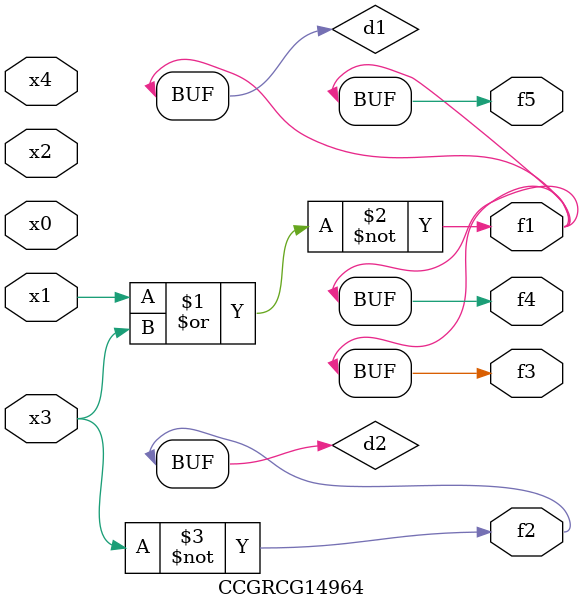
<source format=v>
module CCGRCG14964(
	input x0, x1, x2, x3, x4,
	output f1, f2, f3, f4, f5
);

	wire d1, d2;

	nor (d1, x1, x3);
	not (d2, x3);
	assign f1 = d1;
	assign f2 = d2;
	assign f3 = d1;
	assign f4 = d1;
	assign f5 = d1;
endmodule

</source>
